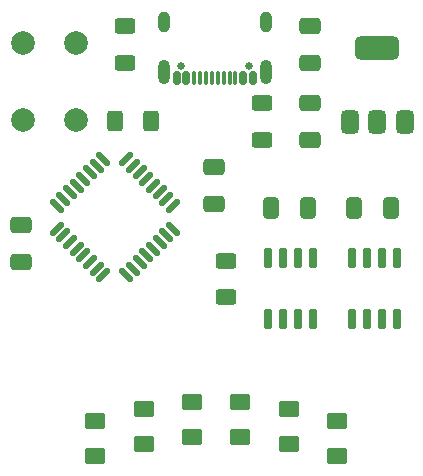
<source format=gbr>
%TF.GenerationSoftware,KiCad,Pcbnew,8.0.4+1*%
%TF.CreationDate,2024-09-15T14:39:29+02:00*%
%TF.ProjectId,meowcontrol,6d656f77-636f-46e7-9472-6f6c2e6b6963,rev?*%
%TF.SameCoordinates,Original*%
%TF.FileFunction,Soldermask,Top*%
%TF.FilePolarity,Negative*%
%FSLAX46Y46*%
G04 Gerber Fmt 4.6, Leading zero omitted, Abs format (unit mm)*
G04 Created by KiCad (PCBNEW 8.0.4+1) date 2024-09-15 14:39:29*
%MOMM*%
%LPD*%
G01*
G04 APERTURE LIST*
G04 Aperture macros list*
%AMRoundRect*
0 Rectangle with rounded corners*
0 $1 Rounding radius*
0 $2 $3 $4 $5 $6 $7 $8 $9 X,Y pos of 4 corners*
0 Add a 4 corners polygon primitive as box body*
4,1,4,$2,$3,$4,$5,$6,$7,$8,$9,$2,$3,0*
0 Add four circle primitives for the rounded corners*
1,1,$1+$1,$2,$3*
1,1,$1+$1,$4,$5*
1,1,$1+$1,$6,$7*
1,1,$1+$1,$8,$9*
0 Add four rect primitives between the rounded corners*
20,1,$1+$1,$2,$3,$4,$5,0*
20,1,$1+$1,$4,$5,$6,$7,0*
20,1,$1+$1,$6,$7,$8,$9,0*
20,1,$1+$1,$8,$9,$2,$3,0*%
G04 Aperture macros list end*
%ADD10RoundRect,0.250000X-0.400000X-0.625000X0.400000X-0.625000X0.400000X0.625000X-0.400000X0.625000X0*%
%ADD11C,2.000000*%
%ADD12RoundRect,0.250001X-0.624999X0.462499X-0.624999X-0.462499X0.624999X-0.462499X0.624999X0.462499X0*%
%ADD13RoundRect,0.250000X0.650000X-0.412500X0.650000X0.412500X-0.650000X0.412500X-0.650000X-0.412500X0*%
%ADD14RoundRect,0.375000X0.375000X-0.625000X0.375000X0.625000X-0.375000X0.625000X-0.375000X-0.625000X0*%
%ADD15RoundRect,0.500000X1.400000X-0.500000X1.400000X0.500000X-1.400000X0.500000X-1.400000X-0.500000X0*%
%ADD16RoundRect,0.150000X0.150000X-0.725000X0.150000X0.725000X-0.150000X0.725000X-0.150000X-0.725000X0*%
%ADD17RoundRect,0.125000X-0.353553X-0.530330X0.530330X0.353553X0.353553X0.530330X-0.530330X-0.353553X0*%
%ADD18RoundRect,0.125000X0.353553X-0.530330X0.530330X-0.353553X-0.353553X0.530330X-0.530330X0.353553X0*%
%ADD19RoundRect,0.250000X0.625000X-0.400000X0.625000X0.400000X-0.625000X0.400000X-0.625000X-0.400000X0*%
%ADD20RoundRect,0.250000X-0.625000X0.400000X-0.625000X-0.400000X0.625000X-0.400000X0.625000X0.400000X0*%
%ADD21C,0.650000*%
%ADD22RoundRect,0.150000X0.150000X0.425000X-0.150000X0.425000X-0.150000X-0.425000X0.150000X-0.425000X0*%
%ADD23RoundRect,0.075000X0.075000X0.500000X-0.075000X0.500000X-0.075000X-0.500000X0.075000X-0.500000X0*%
%ADD24O,1.000000X2.100000*%
%ADD25O,1.000000X1.800000*%
%ADD26RoundRect,0.250000X-0.650000X0.412500X-0.650000X-0.412500X0.650000X-0.412500X0.650000X0.412500X0*%
%ADD27RoundRect,0.250000X-0.412500X-0.650000X0.412500X-0.650000X0.412500X0.650000X-0.412500X0.650000X0*%
G04 APERTURE END LIST*
D10*
%TO.C,R4*%
X113670000Y-73600000D03*
X116770000Y-73600000D03*
%TD*%
D11*
%TO.C,SW1*%
X110380000Y-66980000D03*
X110380000Y-73480000D03*
X105880000Y-66980000D03*
X105880000Y-73480000D03*
%TD*%
D12*
%TO.C,D6*%
X132500000Y-101987500D03*
X132500000Y-99012500D03*
%TD*%
%TO.C,D5*%
X128400000Y-98012500D03*
X128400000Y-100987500D03*
%TD*%
%TO.C,D4*%
X124300000Y-97410000D03*
X124300000Y-100385000D03*
%TD*%
%TO.C,D3*%
X120200000Y-97410000D03*
X120200000Y-100385000D03*
%TD*%
%TO.C,D2*%
X116100000Y-98012500D03*
X116100000Y-100987500D03*
%TD*%
%TO.C,D1*%
X112000000Y-99012500D03*
X112000000Y-101987500D03*
%TD*%
D13*
%TO.C,C6*%
X122050000Y-80652500D03*
X122050000Y-77527500D03*
%TD*%
D14*
%TO.C,U4*%
X133597500Y-73720000D03*
X135897500Y-73720000D03*
D15*
X135897500Y-67420000D03*
D14*
X138197500Y-73720000D03*
%TD*%
D16*
%TO.C,U3*%
X133730000Y-90360000D03*
X135000000Y-90360000D03*
X136270000Y-90360000D03*
X137540000Y-90360000D03*
X137540000Y-85210000D03*
X136270000Y-85210000D03*
X135000000Y-85210000D03*
X133730000Y-85210000D03*
%TD*%
%TO.C,U2*%
X126605000Y-90360000D03*
X127875000Y-90360000D03*
X129145000Y-90360000D03*
X130415000Y-90360000D03*
X130415000Y-85210000D03*
X129145000Y-85210000D03*
X127875000Y-85210000D03*
X126605000Y-85210000D03*
%TD*%
D17*
%TO.C,U1*%
X108737930Y-82722272D03*
X109303616Y-83287957D03*
X109869301Y-83853643D03*
X110434986Y-84419328D03*
X111000672Y-84985014D03*
X111566357Y-85550699D03*
X112132043Y-86116384D03*
X112697728Y-86682070D03*
D18*
X114642272Y-86682070D03*
X115207957Y-86116384D03*
X115773643Y-85550699D03*
X116339328Y-84985014D03*
X116905014Y-84419328D03*
X117470699Y-83853643D03*
X118036384Y-83287957D03*
X118602070Y-82722272D03*
D17*
X118602070Y-80777728D03*
X118036384Y-80212043D03*
X117470699Y-79646357D03*
X116905014Y-79080672D03*
X116339328Y-78514986D03*
X115773643Y-77949301D03*
X115207957Y-77383616D03*
X114642272Y-76817930D03*
D18*
X112697728Y-76817930D03*
X112132043Y-77383616D03*
X111566357Y-77949301D03*
X111000672Y-78514986D03*
X110434986Y-79080672D03*
X109869301Y-79646357D03*
X109303616Y-80212043D03*
X108737930Y-80777728D03*
%TD*%
D19*
%TO.C,R3*%
X126130000Y-72070000D03*
X126130000Y-75170000D03*
%TD*%
D20*
%TO.C,R2*%
X114500000Y-68660000D03*
X114500000Y-65560000D03*
%TD*%
%TO.C,R1*%
X123060000Y-85420000D03*
X123060000Y-88520000D03*
%TD*%
D21*
%TO.C,J1*%
X125020000Y-68915000D03*
X119240000Y-68915000D03*
D22*
X125330000Y-69990000D03*
X124530000Y-69990000D03*
D23*
X123380000Y-69990000D03*
X122380000Y-69990000D03*
X121880000Y-69990000D03*
X120880000Y-69990000D03*
D22*
X119730000Y-69990000D03*
X118930000Y-69990000D03*
X118930000Y-69990000D03*
X119730000Y-69990000D03*
D23*
X120380000Y-69990000D03*
X121380000Y-69990000D03*
X122880000Y-69990000D03*
X123880000Y-69990000D03*
D22*
X124530000Y-69990000D03*
X125330000Y-69990000D03*
D24*
X126450000Y-69415000D03*
D25*
X126450000Y-65235000D03*
D24*
X117810000Y-69415000D03*
D25*
X117810000Y-65235000D03*
%TD*%
D26*
%TO.C,C5*%
X105700000Y-82447500D03*
X105700000Y-85572500D03*
%TD*%
D27*
%TO.C,C4*%
X126882500Y-81000000D03*
X130007500Y-81000000D03*
%TD*%
%TO.C,C3*%
X133937500Y-81000000D03*
X137062500Y-81000000D03*
%TD*%
D26*
%TO.C,C2*%
X130170000Y-72087500D03*
X130170000Y-75212500D03*
%TD*%
%TO.C,C1*%
X130180000Y-65587500D03*
X130180000Y-68712500D03*
%TD*%
M02*

</source>
